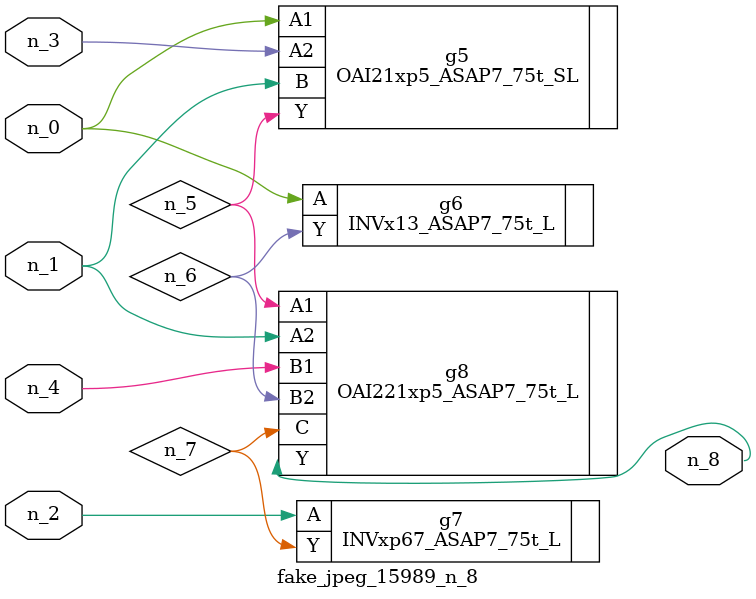
<source format=v>
module fake_jpeg_15989_n_8 (n_3, n_2, n_1, n_0, n_4, n_8);

input n_3;
input n_2;
input n_1;
input n_0;
input n_4;

output n_8;

wire n_6;
wire n_5;
wire n_7;

OAI21xp5_ASAP7_75t_SL g5 ( 
.A1(n_0),
.A2(n_3),
.B(n_1),
.Y(n_5)
);

INVx13_ASAP7_75t_L g6 ( 
.A(n_0),
.Y(n_6)
);

INVxp67_ASAP7_75t_L g7 ( 
.A(n_2),
.Y(n_7)
);

OAI221xp5_ASAP7_75t_L g8 ( 
.A1(n_5),
.A2(n_1),
.B1(n_4),
.B2(n_6),
.C(n_7),
.Y(n_8)
);


endmodule
</source>
